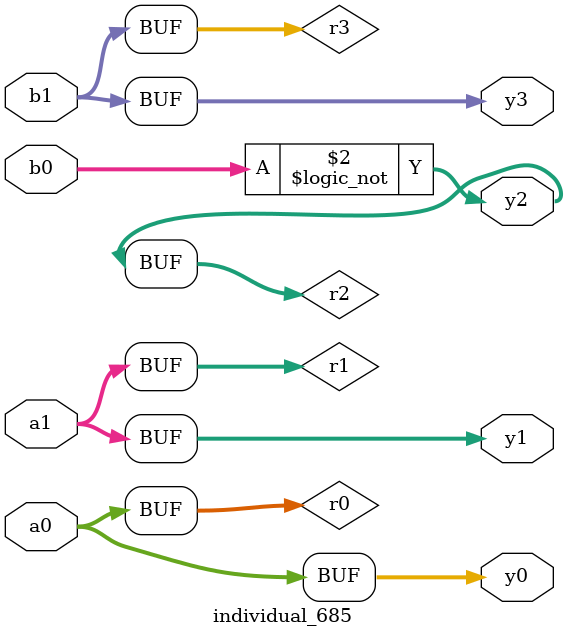
<source format=sv>
module individual_685(input logic [15:0] a1, input logic [15:0] a0, input logic [15:0] b1, input logic [15:0] b0, output logic [15:0] y3, output logic [15:0] y2, output logic [15:0] y1, output logic [15:0] y0);
logic [15:0] r0, r1, r2, r3; 
 always@(*) begin 
	 r0 = a0; r1 = a1; r2 = b0; r3 = b1; 
 	 r2 = ! b0 ;
 	 y3 = r3; y2 = r2; y1 = r1; y0 = r0; 
end
endmodule
</source>
